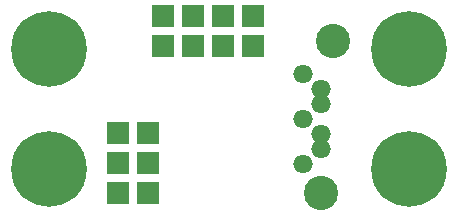
<source format=gbr>
G04 #@! TF.GenerationSoftware,KiCad,Pcbnew,(6.0.0-rc1-dev-1606-g4cd41e394)*
G04 #@! TF.CreationDate,2019-02-20T17:35:37+01:00
G04 #@! TF.ProjectId,TTLLVDS01A,54544c4c-5644-4533-9031-412e6b696361,REV*
G04 #@! TF.SameCoordinates,Original*
G04 #@! TF.FileFunction,Soldermask,Top*
G04 #@! TF.FilePolarity,Negative*
%FSLAX46Y46*%
G04 Gerber Fmt 4.6, Leading zero omitted, Abs format (unit mm)*
G04 Created by KiCad (PCBNEW (6.0.0-rc1-dev-1606-g4cd41e394)) date 20.02.2019 17:35:37*
%MOMM*%
%LPD*%
G04 APERTURE LIST*
%ADD10R,1.924000X1.924000*%
%ADD11O,1.700000X1.500000*%
%ADD12C,2.900000*%
%ADD13C,6.400000*%
G04 APERTURE END LIST*
D10*
X10922000Y8128000D03*
X13462000Y8128000D03*
X10922000Y5588000D03*
X13462000Y5588000D03*
X10922000Y3048000D03*
X13462000Y3048000D03*
X19812000Y18034000D03*
X19812000Y15494000D03*
X14732000Y18034000D03*
X14732000Y15494000D03*
X17272000Y15494000D03*
X17272000Y18034000D03*
X22352000Y18034000D03*
X22352000Y15494000D03*
D11*
X26644600Y5562600D03*
X26644600Y9372600D03*
X26644600Y13182600D03*
X28144600Y11912600D03*
X28144600Y10642600D03*
X28144600Y8102600D03*
D12*
X29144600Y15932600D03*
D11*
X28144600Y6832600D03*
D12*
X28144600Y3102600D03*
D13*
X35560000Y15240000D03*
X5080000Y5080000D03*
X5080000Y15240000D03*
X35560000Y5080000D03*
M02*

</source>
